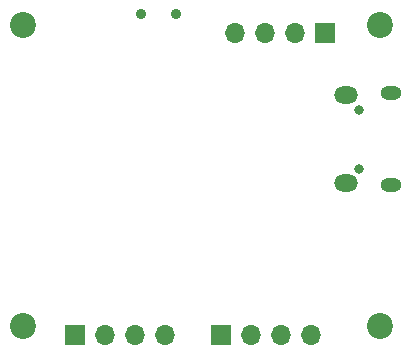
<source format=gbr>
%TF.GenerationSoftware,KiCad,Pcbnew,8.0.3*%
%TF.CreationDate,2024-06-28T00:17:40-05:00*%
%TF.ProjectId,Example PCB,4578616d-706c-4652-9050-43422e6b6963,rev?*%
%TF.SameCoordinates,Original*%
%TF.FileFunction,Soldermask,Bot*%
%TF.FilePolarity,Negative*%
%FSLAX46Y46*%
G04 Gerber Fmt 4.6, Leading zero omitted, Abs format (unit mm)*
G04 Created by KiCad (PCBNEW 8.0.3) date 2024-06-28 00:17:40*
%MOMM*%
%LPD*%
G01*
G04 APERTURE LIST*
%ADD10C,0.900000*%
%ADD11C,2.200000*%
%ADD12R,1.700000X1.700000*%
%ADD13O,1.700000X1.700000*%
%ADD14O,0.800000X0.800000*%
%ADD15O,1.800000X1.150000*%
%ADD16O,2.000000X1.450000*%
G04 APERTURE END LIST*
D10*
%TO.C,SW1*%
X112750000Y-104100000D03*
X109750000Y-104100000D03*
%TD*%
D11*
%TO.C,H4*%
X99750000Y-105000000D03*
%TD*%
%TO.C,H3*%
X130000000Y-105000000D03*
%TD*%
%TO.C,H2*%
X130000000Y-130500000D03*
%TD*%
%TO.C,H1*%
X99750000Y-130500000D03*
%TD*%
D12*
%TO.C,J4*%
X116500000Y-131250000D03*
D13*
X119040000Y-131250000D03*
X121580000Y-131250000D03*
X124120000Y-131250000D03*
%TD*%
D14*
%TO.C,J3*%
X128195000Y-117200000D03*
X128195000Y-112200000D03*
D15*
X130945000Y-118575000D03*
D16*
X127145000Y-118425000D03*
X127145000Y-110975000D03*
D15*
X130945000Y-110825000D03*
%TD*%
D13*
%TO.C,J2*%
X117750000Y-105750000D03*
X120290000Y-105750000D03*
X122830000Y-105750000D03*
D12*
X125370000Y-105750000D03*
%TD*%
D13*
%TO.C,J1*%
X111820000Y-131250000D03*
X109280000Y-131250000D03*
X106740000Y-131250000D03*
D12*
X104200000Y-131250000D03*
%TD*%
M02*

</source>
